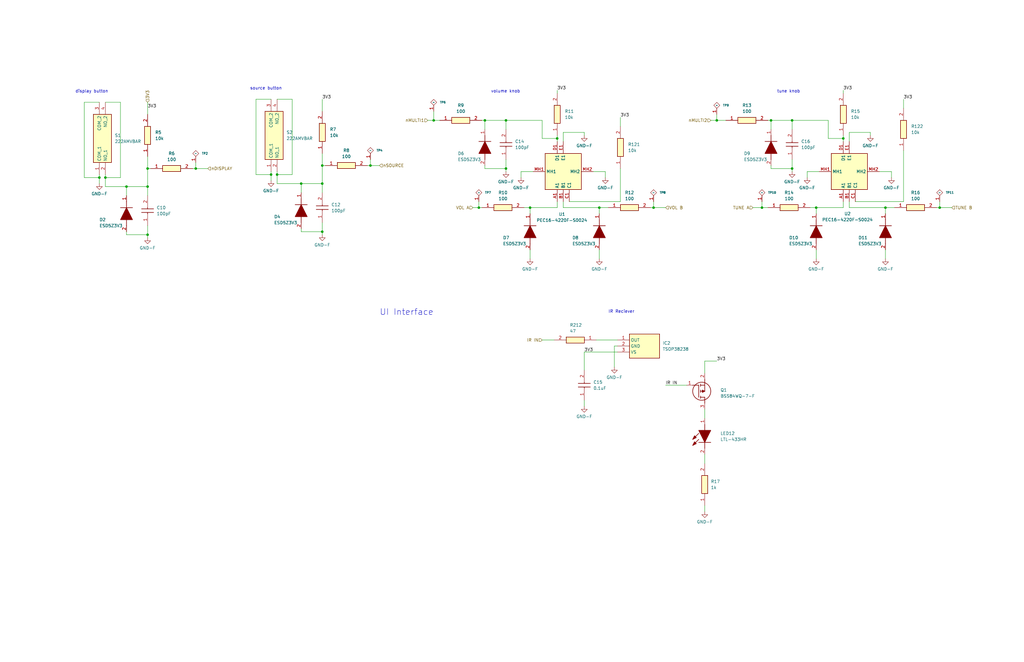
<source format=kicad_sch>
(kicad_sch (version 20231120) (generator "eeschema") (generator_version "8.0")
  (paper "B")
  (title_block (title "Audio System") (date "2025-02-06") (rev "P1") (company "Wolfe Engineering"))
  (junction (at 344.17 87.63))
  (junction (at 135.89 77.47))
  (junction (at 396.24 87.63))
  (junction (at 62.23 71.12))
  (junction (at 135.89 69.85))
  (junction (at 182.88 50.8))
  (junction (at 156.21 69.85))
  (junction (at 114.3 73.66))
  (junction (at 334.01 50.8))
  (junction (at 213.36 71.12))
  (junction (at 44.45 74.93))
  (junction (at 325.12 50.8))
  (junction (at 41.91 74.93))
  (junction (at 302.26 50.8))
  (junction (at 204.47 50.8))
  (junction (at 252.73 87.63))
  (junction (at 127 77.47))
  (junction (at 373.38 87.63))
  (junction (at 321.31 87.63))
  (junction (at 53.34 78.74))
  (junction (at 62.23 78.74))
  (junction (at 201.93 87.63))
  (junction (at 355.6 58.42))
  (junction (at 234.95 58.42))
  (junction (at 62.23 99.06))
  (junction (at 223.52 87.63))
  (junction (at 82.55 71.12))
  (junction (at 116.84 73.66))
  (junction (at 135.89 97.79))
  (junction (at 334.01 71.12))
  (junction (at 213.36 50.8))
  (junction (at 275.59 87.63))
  (wire (pts (xy 275.59 87.63) (xy 280.67 87.63)))
  (wire (pts (xy 246.38 55.88) (xy 246.38 57.15)))
  (wire (pts (xy 358.14 55.88) (xy 367.03 55.88)))
  (wire (pts (xy 321.31 87.63) (xy 323.85 87.63)))
  (wire (pts (xy 345.44 72.39) (xy 340.36 72.39)))
  (wire (pts (xy 358.14 87.63) (xy 373.38 87.63)))
  (wire (pts (xy 220.98 87.63) (xy 223.52 87.63)))
  (wire (pts (xy 116.84 73.66) (xy 123.19 73.66)))
  (wire (pts (xy 360.68 85.09) (xy 381 85.09)))
  (wire (pts (xy 370.84 72.39) (xy 375.92 72.39)))
  (wire (pts (xy 135.89 77.47) (xy 135.89 81.28)))
  (wire (pts (xy 114.3 72.39) (xy 114.3 73.66)))
  (wire (pts (xy 44.45 78.74) (xy 53.34 78.74)))
  (wire (pts (xy 251.46 143.51) (xy 260.35 143.51)))
  (wire (pts (xy 135.89 69.85) (xy 135.89 77.47)))
  (wire (pts (xy 240.03 85.09) (xy 261.62 85.09)))
  (wire (pts (xy 355.6 85.09) (xy 355.6 87.63)))
  (wire (pts (xy 255.27 72.39) (xy 255.27 74.93)))
  (wire (pts (xy 127 97.79) (xy 135.89 97.79)))
  (wire (pts (xy 154.94 69.85) (xy 156.21 69.85)))
  (wire (pts (xy 325.12 69.85) (xy 325.12 71.12)))
  (wire (pts (xy 237.49 87.63) (xy 252.73 87.63)))
  (wire (pts (xy 53.34 97.79) (xy 53.34 99.06)))
  (wire (pts (xy 375.92 72.39) (xy 375.92 74.93)))
  (wire (pts (xy 156.21 69.85) (xy 160.02 69.85)))
  (wire (pts (xy 62.23 78.74) (xy 62.23 82.55)))
  (wire (pts (xy 246.38 168.91) (xy 246.38 171.45)))
  (wire (pts (xy 35.56 43.18) (xy 35.56 74.93)))
  (wire (pts (xy 50.8 43.18) (xy 44.45 43.18)))
  (wire (pts (xy 297.18 191.77) (xy 297.18 195.58)))
  (wire (pts (xy 237.49 55.88) (xy 246.38 55.88)))
  (wire (pts (xy 223.52 87.63) (xy 223.52 90.17)))
  (wire (pts (xy 44.45 74.93) (xy 50.8 74.93)))
  (wire (pts (xy 123.19 41.91) (xy 116.84 41.91)))
  (wire (pts (xy 44.45 74.93) (xy 44.45 78.74)))
  (wire (pts (xy 127 77.47) (xy 135.89 77.47)))
  (wire (pts (xy 135.89 99.06) (xy 135.89 97.79)))
  (wire (pts (xy 81.28 71.12) (xy 82.55 71.12)))
  (wire (pts (xy 228.6 143.51) (xy 233.68 143.51)))
  (wire (pts (xy 237.49 85.09) (xy 237.49 87.63)))
  (wire (pts (xy 396.24 87.63) (xy 401.32 87.63)))
  (wire (pts (xy 204.47 50.8) (xy 204.47 54.61)))
  (wire (pts (xy 341.63 87.63) (xy 344.17 87.63)))
  (wire (pts (xy 62.23 71.12) (xy 62.23 78.74)))
  (wire (pts (xy 325.12 50.8) (xy 323.85 50.8)))
  (wire (pts (xy 213.36 50.8) (xy 213.36 54.61)))
  (wire (pts (xy 135.89 64.77) (xy 135.89 69.85)))
  (wire (pts (xy 297.18 157.48) (xy 297.18 152.4)))
  (wire (pts (xy 135.89 97.79) (xy 135.89 93.98)))
  (wire (pts (xy 201.93 87.63) (xy 203.2 87.63)))
  (wire (pts (xy 213.36 72.39) (xy 213.36 71.12)))
  (wire (pts (xy 381 41.91) (xy 381 45.72)))
  (wire (pts (xy 381 63.5) (xy 381 85.09)))
  (wire (pts (xy 349.25 50.8) (xy 334.01 50.8)))
  (wire (pts (xy 35.56 74.93) (xy 41.91 74.93)))
  (wire (pts (xy 62.23 100.33) (xy 62.23 99.06)))
  (wire (pts (xy 234.95 57.15) (xy 234.95 58.42)))
  (wire (pts (xy 325.12 50.8) (xy 325.12 54.61)))
  (wire (pts (xy 396.24 85.09) (xy 396.24 87.63)))
  (wire (pts (xy 116.84 77.47) (xy 127 77.47)))
  (wire (pts (xy 297.18 213.36) (xy 297.18 215.9)))
  (wire (pts (xy 50.8 74.93) (xy 50.8 43.18)))
  (wire (pts (xy 82.55 68.58) (xy 82.55 71.12)))
  (wire (pts (xy 321.31 85.09) (xy 321.31 87.63)))
  (wire (pts (xy 261.62 85.09) (xy 261.62 71.12)))
  (wire (pts (xy 135.89 41.91) (xy 135.89 46.99)))
  (wire (pts (xy 41.91 74.93) (xy 41.91 77.47)))
  (wire (pts (xy 355.6 57.15) (xy 355.6 58.42)))
  (wire (pts (xy 344.17 105.41) (xy 344.17 109.22)))
  (wire (pts (xy 349.25 50.8) (xy 349.25 58.42)))
  (wire (pts (xy 44.45 73.66) (xy 44.45 74.93)))
  (wire (pts (xy 82.55 71.12) (xy 87.63 71.12)))
  (wire (pts (xy 334.01 50.8) (xy 334.01 54.61)))
  (wire (pts (xy 62.23 99.06) (xy 62.23 95.25)))
  (wire (pts (xy 116.84 73.66) (xy 116.84 77.47)))
  (wire (pts (xy 252.73 87.63) (xy 252.73 90.17)))
  (wire (pts (xy 334.01 72.39) (xy 334.01 71.12)))
  (wire (pts (xy 127 77.47) (xy 127 81.28)))
  (wire (pts (xy 62.23 43.18) (xy 62.23 48.26)))
  (wire (pts (xy 114.3 41.91) (xy 107.95 41.91)))
  (wire (pts (xy 252.73 87.63) (xy 256.54 87.63)))
  (wire (pts (xy 394.97 87.63) (xy 396.24 87.63)))
  (wire (pts (xy 302.26 50.8) (xy 306.07 50.8)))
  (wire (pts (xy 325.12 71.12) (xy 334.01 71.12)))
  (wire (pts (xy 223.52 105.41) (xy 223.52 109.22)))
  (wire (pts (xy 156.21 67.31) (xy 156.21 69.85)))
  (wire (pts (xy 123.19 73.66) (xy 123.19 41.91)))
  (wire (pts (xy 344.17 87.63) (xy 344.17 90.17)))
  (wire (pts (xy 53.34 78.74) (xy 62.23 78.74)))
  (wire (pts (xy 373.38 105.41) (xy 373.38 109.22)))
  (wire (pts (xy 234.95 58.42) (xy 234.95 59.69)))
  (wire (pts (xy 367.03 55.88) (xy 367.03 57.15)))
  (wire (pts (xy 228.6 50.8) (xy 228.6 58.42)))
  (wire (pts (xy 116.84 72.39) (xy 116.84 73.66)))
  (wire (pts (xy 107.95 73.66) (xy 114.3 73.66)))
  (wire (pts (xy 275.59 85.09) (xy 275.59 87.63)))
  (wire (pts (xy 182.88 50.8) (xy 185.42 50.8)))
  (wire (pts (xy 127 96.52) (xy 127 97.79)))
  (wire (pts (xy 317.5 87.63) (xy 321.31 87.63)))
  (wire (pts (xy 62.23 66.04) (xy 62.23 71.12)))
  (wire (pts (xy 358.14 85.09) (xy 358.14 87.63)))
  (wire (pts (xy 355.6 38.1) (xy 355.6 39.37)))
  (wire (pts (xy 297.18 172.72) (xy 297.18 176.53)))
  (wire (pts (xy 53.34 78.74) (xy 53.34 82.55)))
  (wire (pts (xy 340.36 72.39) (xy 340.36 74.93)))
  (wire (pts (xy 213.36 50.8) (xy 204.47 50.8)))
  (wire (pts (xy 373.38 87.63) (xy 373.38 90.17)))
  (wire (pts (xy 344.17 87.63) (xy 355.6 87.63)))
  (wire (pts (xy 228.6 50.8) (xy 213.36 50.8)))
  (wire (pts (xy 260.35 146.05) (xy 259.08 146.05)))
  (wire (pts (xy 107.95 41.91) (xy 107.95 73.66)))
  (wire (pts (xy 302.26 48.26) (xy 302.26 50.8)))
  (wire (pts (xy 234.95 58.42) (xy 228.6 58.42)))
  (wire (pts (xy 137.16 69.85) (xy 135.89 69.85)))
  (wire (pts (xy 355.6 58.42) (xy 349.25 58.42)))
  (wire (pts (xy 114.3 73.66) (xy 114.3 76.2)))
  (wire (pts (xy 219.71 72.39) (xy 219.71 74.93)))
  (wire (pts (xy 274.32 87.63) (xy 275.59 87.63)))
  (wire (pts (xy 182.88 46.99) (xy 182.88 50.8)))
  (wire (pts (xy 259.08 146.05) (xy 259.08 154.94)))
  (wire (pts (xy 63.5 71.12) (xy 62.23 71.12)))
  (wire (pts (xy 41.91 73.66) (xy 41.91 74.93)))
  (wire (pts (xy 299.72 50.8) (xy 302.26 50.8)))
  (wire (pts (xy 204.47 69.85) (xy 204.47 71.12)))
  (wire (pts (xy 41.91 43.18) (xy 35.56 43.18)))
  (wire (pts (xy 53.34 99.06) (xy 62.23 99.06)))
  (wire (pts (xy 224.79 72.39) (xy 219.71 72.39)))
  (wire (pts (xy 250.19 72.39) (xy 255.27 72.39)))
  (wire (pts (xy 334.01 71.12) (xy 334.01 67.31)))
  (wire (pts (xy 234.95 85.09) (xy 234.95 87.63)))
  (wire (pts (xy 261.62 49.53) (xy 261.62 53.34)))
  (wire (pts (xy 204.47 50.8) (xy 203.2 50.8)))
  (wire (pts (xy 237.49 59.69) (xy 237.49 55.88)))
  (wire (pts (xy 234.95 38.1) (xy 234.95 39.37)))
  (wire (pts (xy 373.38 87.63) (xy 377.19 87.63)))
  (wire (pts (xy 280.67 162.56) (xy 289.56 162.56)))
  (wire (pts (xy 199.39 87.63) (xy 201.93 87.63)))
  (wire (pts (xy 246.38 148.59) (xy 260.35 148.59)))
  (wire (pts (xy 213.36 71.12) (xy 213.36 67.31)))
  (wire (pts (xy 246.38 156.21) (xy 246.38 148.59)))
  (wire (pts (xy 252.73 105.41) (xy 252.73 109.22)))
  (wire (pts (xy 297.18 152.4) (xy 302.26 152.4)))
  (wire (pts (xy 355.6 58.42) (xy 355.6 59.69)))
  (wire (pts (xy 223.52 87.63) (xy 234.95 87.63)))
  (wire (pts (xy 201.93 85.09) (xy 201.93 87.63)))
  (wire (pts (xy 180.34 50.8) (xy 182.88 50.8)))
  (wire (pts (xy 334.01 50.8) (xy 325.12 50.8)))
  (wire (pts (xy 358.14 59.69) (xy 358.14 55.88)))
  (wire (pts (xy 204.47 71.12) (xy 213.36 71.12)))
  (text "volume knob" (at 207.01 39.37 0) (effects (font (size 1.27 1.27)) (justify left bottom)))
  (text "UI Interface" (at 171.45 131.826 0) (effects (font (size 2.54 2.54))))
  (text "display button" (at 31.75 39.37 0) (effects (font (size 1.27 1.27)) (justify left bottom)))
  (text "tune knob" (at 327.66 39.37 0) (effects (font (size 1.27 1.27)) (justify left bottom)))
  (text "source button" (at 105.41 38.1 0) (effects (font (size 1.27 1.27)) (justify left bottom)))
  (text "IR Reciever" (at 256.54 132.334 0) (effects (font (size 1.27 1.27)) (justify left bottom)))
  (label "3V3" (at 261.62 49.53 0))
  (label "3V3" (at 355.6 38.1 0))
  (label "3V3" (at 381 41.91 0))
  (label "3V3" (at 246.38 148.59 0))
  (label "3V3" (at 135.89 41.91 0))
  (label "IR IN" (at 280.67 162.56 0))
  (label "3V3" (at 302.26 152.4 0))
  (label "3V3" (at 62.23 45.72 0))
  (label "3V3" (at 234.95 38.1 0))
  (hierarchical_label "nDISPLAY" (shape input) (at 87.63 71.12 0))
  (hierarchical_label "TUNE A" (shape input) (at 317.5 87.63 180))
  (hierarchical_label "nMULTI2" (shape input) (at 299.72 50.8 180))
  (hierarchical_label "nSOURCE" (shape input) (at 160.02 69.85 0))
  (hierarchical_label "nMULTI1" (shape input) (at 180.34 50.8 180))
  (hierarchical_label "TUNE B" (shape input) (at 401.32 87.63 0))
  (hierarchical_label "VOL A" (shape input) (at 199.39 87.63 180))
  (hierarchical_label "3V3" (shape input) (at 62.23 43.18 90))
  (hierarchical_label "IR IN" (shape input) (at 228.6 143.51 180))
  (hierarchical_label "VOL B" (shape input) (at 280.67 87.63 0))
  (symbol (lib_id "Audio System:RC0603FR-07100RL") (at 323.85 87.63 0) (unit 1)
    (property "Reference" "R14" (at 332.74 81.28 0))
    (property "Value" "100" (at 332.74 83.82 0))
    (property "Footprint" "1 Audio Amp:RESC1608X55N" (effects (hide yes)))
    (property "Datasheet" "https://www.arrow.com/en/products/rc0603fr-07100rl/yageo?region=nac" (effects (hide yes)))
    (property "Height" "0.55" (effects (hide yes)))
    (property "Manufacturer_Name" "YAGEO" (effects (hide yes)))
    (property "Manufacturer_Part_Number" "RC0603FR-07100RL" (effects (hide yes)))
    (property "Mouser Part Number" "603-RC0603FR-07100RL" (effects (hide yes)))
    (property "Mouser Price/Stock" "https://www.mouser.co.uk/ProductDetail/YAGEO/RC0603FR-07100RL?qs=NEN%2FsE%2FLsvPIwIWKCOS4%2FA%3D%3D" (effects (hide yes)))
    (property "Arrow Part Number" "RC0603FR-07100RL" (effects (hide yes)))
    (property "Arrow Price/Stock" "https://www.arrow.com/en/products/rc0603fr-07100rl/yageo?region=nac" (effects (hide yes)))
  )
  (symbol (lib_id "Audio System:RC0603FR-07100RL") (at 256.54 87.63 0) (unit 1)
    (property "Reference" "R12" (at 265.43 81.28 0))
    (property "Value" "100" (at 265.43 83.82 0))
    (property "Footprint" "1 Audio Amp:RESC1608X55N" (effects (hide yes)))
    (property "Datasheet" "https://www.arrow.com/en/products/rc0603fr-07100rl/yageo?region=nac" (effects (hide yes)))
    (property "Height" "0.55" (effects (hide yes)))
    (property "Manufacturer_Name" "YAGEO" (effects (hide yes)))
    (property "Manufacturer_Part_Number" "RC0603FR-07100RL" (effects (hide yes)))
    (property "Mouser Part Number" "603-RC0603FR-07100RL" (effects (hide yes)))
    (property "Mouser Price/Stock" "https://www.mouser.co.uk/ProductDetail/YAGEO/RC0603FR-07100RL?qs=NEN%2FsE%2FLsvPIwIWKCOS4%2FA%3D%3D" (effects (hide yes)))
    (property "Arrow Part Number" "RC0603FR-07100RL" (effects (hide yes)))
    (property "Arrow Price/Stock" "https://www.arrow.com/en/products/rc0603fr-07100rl/yageo?region=nac" (effects (hide yes)))
  )
  (symbol (lib_name "GND_2") (lib_id "power:GND") (at 246.38 57.15 0) (unit 1)
    (property "Reference" "#PWR021" (effects (hide yes)))
    (property "Value" "GND-F" (at 246.38 61.468 0))
  )
  (symbol (lib_id "Audio System:PEC16-4220F-S0024") (at 345.44 72.39 0) (unit 1)
    (property "Reference" "U2" (at 357.378 90.17 0))
    (property "Value" "PEC16-4220F-S0024" (at 357.378 92.71 0))
    (property "Footprint" "1 Audio Amp:PEC164120FS0012" (effects (hide yes)))
    (property "Datasheet" "https://www.bourns.com/pdfs/PEC16.pdf" (effects (hide yes)))
    (property "Height" "28" (effects (hide yes)))
    (property "Manufacturer_Name" "Bourns" (effects (hide yes)))
    (property "Manufacturer_Part_Number" "PEC16-4220F-S0024" (effects (hide yes)))
    (property "Mouser Part Number" "652-PEC16-4220FS0024" (effects (hide yes)))
    (property "Mouser Price/Stock" "https://www.mouser.co.uk/ProductDetail/Bourns/PEC16-4220F-S0024?qs=6FD5PBp7ZtQte%252Bg7b%2FiMUw%3D%3D" (effects (hide yes)))
    (property "Arrow Part Number" "PEC16-4220F-S0024" (effects (hide yes)))
    (property "Arrow Price/Stock" "null?utm_currency=USD&region=nac" (effects (hide yes)))
  )
  (symbol (lib_name "GND_2") (lib_id "power:GND") (at 219.71 74.93 0) (unit 1)
    (property "Reference" "#PWR015" (effects (hide yes)))
    (property "Value" "GND-F" (at 219.71 79.248 0))
  )
  (symbol (lib_name "GND_2") (lib_id "power:GND") (at 255.27 74.93 0) (unit 1)
    (property "Reference" "#PWR020" (effects (hide yes)))
    (property "Value" "GND-F" (at 255.27 79.248 0))
  )
  (symbol (lib_id "Audio System:CC0603KRX7R7BB104") (at 246.38 168.91 90) (unit 1)
    (property "Reference" "C15" (at 250.19 161.29 90) (effects (justify right)))
    (property "Value" "0.1uF" (at 250.19 163.83 90) (effects (justify right)))
    (property "Footprint" "1 Audio Amp:CAPC1608X90N" (effects (hide yes)))
    (property "Datasheet" "https://www.yageo.com/en/Chart/Download/pdf/CC0603KRX7R7BB104" (effects (hide yes)))
    (property "Height" "0.9" (effects (hide yes)))
    (property "Manufacturer_Name" "YAGEO" (effects (hide yes)))
    (property "Manufacturer_Part_Number" "CC0603KRX7R7BB104" (effects (hide yes)))
    (property "Mouser Part Number" "603-CC603KRX7R7BB104" (effects (hide yes)))
    (property "Mouser Price/Stock" "https://www.mouser.co.uk/ProductDetail/YAGEO/CC0603KRX7R7BB104?qs=AgBp2OyFlx8KPmNTlFoWXA%3D%3D" (effects (hide yes)))
    (property "Arrow Part Number" "CC0603KRX7R7BB104" (effects (hide yes)))
    (property "Arrow Price/Stock" "https://www.arrow.com/en/products/cc0603krx7r7bb104/yageo?region=europe" (effects (hide yes)))
  )
  (symbol (lib_id "1 Audio Amp:TSOP38238") (at 260.35 143.51 0) (unit 1)
    (property "Reference" "IC2" (at 279.4 144.7799 0) (effects (justify left)))
    (property "Value" "TSOP38238" (at 279.4 147.3199 0) (effects (justify left)))
    (property "Footprint" "1 Audio Amp:TSOP38238" (effects (hide yes)))
    (property "Datasheet" "http://uk.rs-online.com/web/p/products/7085086" (effects (hide yes)))
    (property "Description" "IR Remote Receiver 38KHz 45m" (effects (hide yes)))
    (property "Manufacturer_Name" "Vishay" (effects (hide yes)))
    (property "Manufacturer_Part_Number" "TSOP38238" (effects (hide yes)))
    (property "Mouser Part Number" "782-TSOP38238" (effects (hide yes)))
    (property "Mouser Price/Stock" "https://www.mouser.co.uk/ProductDetail/Vishay-Semiconductors/TSOP38238?qs=RzxYCzJDjPVjpHVZS582Ng%3D%3D" (effects (hide yes)))
    (property "Arrow Part Number" "TSOP38238" (effects (hide yes)))
    (property "Arrow Price/Stock" "https://www.arrow.com/en/products/tsop38238/vishay?region=nac" (effects (hide yes)))
  )
  (symbol (lib_name "GND_2") (lib_id "power:GND") (at 334.01 72.39 0) (unit 1)
    (property "Reference" "#PWR026" (effects (hide yes)))
    (property "Value" "GND-F" (at 334.01 76.708 0))
  )
  (symbol (lib_id "Audio System:ESD5Z3V3") (at 53.34 82.55 270) (unit 1)
    (property "Reference" "D2" (at 41.91 92.71 90) (effects (justify left)))
    (property "Value" "ESD5Z3V3" (at 41.91 95.25 90) (effects (justify left)))
    (property "Footprint" "1 Audio Amp:SODFL1608X70N" (effects (hide yes)))
    (property "Datasheet" "https://diotec.com/request/datasheet/esd5z2v5.pdf" (effects (hide yes)))
    (property "Height" "0.7" (effects (hide yes)))
    (property "Manufacturer_Name" "Diotec" (effects (hide yes)))
    (property "Manufacturer_Part_Number" "ESD5Z3V3" (effects (hide yes)))
    (property "Mouser Part Number" "637-ESD5Z3V3" (effects (hide yes)))
    (property "Mouser Price/Stock" "https://www.mouser.co.uk/ProductDetail/Diotec-Semiconductor/ESD5Z3V3?qs=OlC7AqGiEDnHjVSpJadn8g%3D%3D" (effects (hide yes)))
    (property "Arrow Part Number" "ESD5Z3V3" (effects (hide yes)))
    (property "Arrow Price/Stock" "https://www.arrow.com/en/products/esd5z3v3/diotec-semiconductor-ag?region=nac" (effects (hide yes)))
  )
  (symbol (lib_id "Audio System:RC0603FR-07100RL") (at 306.07 50.8 0) (unit 1)
    (property "Reference" "R13" (at 314.96 44.45 0))
    (property "Value" "100" (at 314.96 46.99 0))
    (property "Footprint" "1 Audio Amp:RESC1608X55N" (effects (hide yes)))
    (property "Datasheet" "https://www.arrow.com/en/products/rc0603fr-07100rl/yageo?region=nac" (effects (hide yes)))
    (property "Height" "0.55" (effects (hide yes)))
    (property "Manufacturer_Name" "YAGEO" (effects (hide yes)))
    (property "Manufacturer_Part_Number" "RC0603FR-07100RL" (effects (hide yes)))
    (property "Mouser Part Number" "603-RC0603FR-07100RL" (effects (hide yes)))
    (property "Mouser Price/Stock" "https://www.mouser.co.uk/ProductDetail/YAGEO/RC0603FR-07100RL?qs=NEN%2FsE%2FLsvPIwIWKCOS4%2FA%3D%3D" (effects (hide yes)))
    (property "Arrow Part Number" "RC0603FR-07100RL" (effects (hide yes)))
    (property "Arrow Price/Stock" "https://www.arrow.com/en/products/rc0603fr-07100rl/yageo?region=nac" (effects (hide yes)))
  )
  (symbol (lib_id "Audio System:ESD5Z3V3") (at 204.47 54.61 270) (unit 1)
    (property "Reference" "D6" (at 193.04 64.77 90) (effects (justify left)))
    (property "Value" "ESD5Z3V3" (at 193.04 67.31 90) (effects (justify left)))
    (property "Footprint" "1 Audio Amp:SODFL1608X70N" (effects (hide yes)))
    (property "Datasheet" "https://diotec.com/request/datasheet/esd5z2v5.pdf" (effects (hide yes)))
    (property "Height" "0.7" (effects (hide yes)))
    (property "Manufacturer_Name" "Diotec" (effects (hide yes)))
    (property "Manufacturer_Part_Number" "ESD5Z3V3" (effects (hide yes)))
    (property "Mouser Part Number" "637-ESD5Z3V3" (effects (hide yes)))
    (property "Mouser Price/Stock" "https://www.mouser.co.uk/ProductDetail/Diotec-Semiconductor/ESD5Z3V3?qs=OlC7AqGiEDnHjVSpJadn8g%3D%3D" (effects (hide yes)))
    (property "Arrow Part Number" "ESD5Z3V3" (effects (hide yes)))
    (property "Arrow Price/Stock" "https://www.arrow.com/en/products/esd5z3v3/diotec-semiconductor-ag?region=nac" (effects (hide yes)))
  )
  (symbol (lib_id "Audio System:RC0603FR-07100RL") (at 203.2 87.63 0) (unit 1)
    (property "Reference" "R10" (at 212.09 81.28 0))
    (property "Value" "100" (at 212.09 83.82 0))
    (property "Footprint" "1 Audio Amp:RESC1608X55N" (effects (hide yes)))
    (property "Datasheet" "https://www.arrow.com/en/products/rc0603fr-07100rl/yageo?region=nac" (effects (hide yes)))
    (property "Height" "0.55" (effects (hide yes)))
    (property "Manufacturer_Name" "YAGEO" (effects (hide yes)))
    (property "Manufacturer_Part_Number" "RC0603FR-07100RL" (effects (hide yes)))
    (property "Mouser Part Number" "603-RC0603FR-07100RL" (effects (hide yes)))
    (property "Mouser Price/Stock" "https://www.mouser.co.uk/ProductDetail/YAGEO/RC0603FR-07100RL?qs=NEN%2FsE%2FLsvPIwIWKCOS4%2FA%3D%3D" (effects (hide yes)))
    (property "Arrow Part Number" "RC0603FR-07100RL" (effects (hide yes)))
    (property "Arrow Price/Stock" "https://www.arrow.com/en/products/rc0603fr-07100rl/yageo?region=nac" (effects (hide yes)))
  )
  (symbol (lib_name "GND_2") (lib_id "power:GND") (at 297.18 215.9 0) (unit 1)
    (property "Reference" "#PWR07" (effects (hide yes)))
    (property "Value" "GND-F" (at 297.18 220.218 0))
  )
  (symbol (lib_id "Audio System:TP") (at 201.93 81.28 0) (unit 1) (exclude_from_sim yes) (in_bom no)
    (property "Reference" "TP7" (at 204.47 81.2799 0) (effects (font (size 0.9 0.9)) (justify left)))
    (property "Value" "~" (at 201.93 81.28 0))
    (property "Footprint" "1 Audio Amp:TP" (effects (hide yes)))
  )
  (symbol (lib_id "Audio System:ESD5Z3V3") (at 252.73 90.17 270) (unit 1)
    (property "Reference" "D8" (at 241.3 100.33 90) (effects (justify left)))
    (property "Value" "ESD5Z3V3" (at 241.3 102.87 90) (effects (justify left)))
    (property "Footprint" "1 Audio Amp:SODFL1608X70N" (effects (hide yes)))
    (property "Datasheet" "https://diotec.com/request/datasheet/esd5z2v5.pdf" (effects (hide yes)))
    (property "Height" "0.7" (effects (hide yes)))
    (property "Manufacturer_Name" "Diotec" (effects (hide yes)))
    (property "Manufacturer_Part_Number" "ESD5Z3V3" (effects (hide yes)))
    (property "Mouser Part Number" "637-ESD5Z3V3" (effects (hide yes)))
    (property "Mouser Price/Stock" "https://www.mouser.co.uk/ProductDetail/Diotec-Semiconductor/ESD5Z3V3?qs=OlC7AqGiEDnHjVSpJadn8g%3D%3D" (effects (hide yes)))
    (property "Arrow Part Number" "ESD5Z3V3" (effects (hide yes)))
    (property "Arrow Price/Stock" "https://www.arrow.com/en/products/esd5z3v3/diotec-semiconductor-ag?region=nac" (effects (hide yes)))
  )
  (symbol (lib_id "Audio System:RC0603FR-0710KL") (at 381 63.5 90) (unit 1)
    (property "Reference" "R122" (at 384.175 53.34 90) (effects (justify right)))
    (property "Value" "10k" (at 384.175 55.88 90) (effects (justify right)))
    (property "Footprint" "1 Audio Amp:RESC1608X55N" (effects (hide yes)))
    (property "Datasheet" "http://www.yageo.com/documents/recent/PYu-RC0603_51_RoHS_L_v5.pdf" (effects (hide yes)))
    (property "Height" "0.55" (effects (hide yes)))
    (property "Manufacturer_Name" "KEMET" (effects (hide yes)))
    (property "Manufacturer_Part_Number" "RC0603FR-0710KL" (effects (hide yes)))
    (property "Mouser Part Number" "603-RC0603FR-0710KL" (effects (hide yes)))
    (property "Mouser Price/Stock" "https://www.mouser.co.uk/ProductDetail/YAGEO/RC0603FR-0710KL?qs=grNVn54RoB%252B3GtjbJj3wJQ%3D%3D" (effects (hide yes)))
    (property "Arrow Part Number" "RC0603FR-0710KL" (effects (hide yes)))
    (property "Arrow Price/Stock" "https://www.arrow.com/en/products/rc0603fr-0710kl/yageo?region=nac" (effects (hide yes)))
  )
  (symbol (lib_id "Audio System:TP") (at 156.21 63.5 0) (unit 1) (exclude_from_sim yes) (in_bom no)
    (property "Reference" "TP4" (at 158.75 63.4999 0) (effects (font (size 0.9 0.9)) (justify left)))
    (property "Value" "~" (at 156.21 63.5 0))
    (property "Footprint" "1 Audio Amp:TP" (effects (hide yes)))
  )
  (symbol (lib_name "GND_2") (lib_id "power:GND") (at 223.52 109.22 0) (unit 1)
    (property "Reference" "#PWR022" (effects (hide yes)))
    (property "Value" "GND-F" (at 223.52 113.538 0))
  )
  (symbol (lib_id "Audio System:RC0603FR-07100RL") (at 63.5 71.12 0) (unit 1)
    (property "Reference" "R6" (at 72.39 64.77 0))
    (property "Value" "100" (at 72.39 67.31 0))
    (property "Footprint" "1 Audio Amp:RESC1608X55N" (effects (hide yes)))
    (property "Datasheet" "https://www.arrow.com/en/products/rc0603fr-07100rl/yageo?region=nac" (effects (hide yes)))
    (property "Height" "0.55" (effects (hide yes)))
    (property "Manufacturer_Name" "YAGEO" (effects (hide yes)))
    (property "Manufacturer_Part_Number" "RC0603FR-07100RL" (effects (hide yes)))
    (property "Mouser Part Number" "603-RC0603FR-07100RL" (effects (hide yes)))
    (property "Mouser Price/Stock" "https://www.mouser.co.uk/ProductDetail/YAGEO/RC0603FR-07100RL?qs=NEN%2FsE%2FLsvPIwIWKCOS4%2FA%3D%3D" (effects (hide yes)))
    (property "Arrow Part Number" "RC0603FR-07100RL" (effects (hide yes)))
    (property "Arrow Price/Stock" "https://www.arrow.com/en/products/rc0603fr-07100rl/yageo?region=nac" (effects (hide yes)))
  )
  (symbol (lib_id "Audio System:TP") (at 82.55 64.77 0) (unit 1) (exclude_from_sim yes) (in_bom no)
    (property "Reference" "TP2" (at 85.09 64.7699 0) (effects (font (size 0.9 0.9)) (justify left)))
    (property "Value" "~" (at 82.55 64.77 0))
    (property "Footprint" "1 Audio Amp:TP" (effects (hide yes)))
  )
  (symbol (lib_id "Audio System:TP") (at 182.88 43.18 0) (unit 1) (exclude_from_sim yes) (in_bom no)
    (property "Reference" "TP6" (at 185.42 43.1799 0) (effects (font (size 0.9 0.9)) (justify left)))
    (property "Value" "~" (at 182.88 43.18 0))
    (property "Footprint" "1 Audio Amp:TP" (effects (hide yes)))
  )
  (symbol (lib_id "Audio System:ESD5Z3V3") (at 325.12 54.61 270) (unit 1)
    (property "Reference" "D9" (at 313.69 64.77 90) (effects (justify left)))
    (property "Value" "ESD5Z3V3" (at 313.69 67.31 90) (effects (justify left)))
    (property "Footprint" "1 Audio Amp:SODFL1608X70N" (effects (hide yes)))
    (property "Datasheet" "https://diotec.com/request/datasheet/esd5z2v5.pdf" (effects (hide yes)))
    (property "Height" "0.7" (effects (hide yes)))
    (property "Manufacturer_Name" "Diotec" (effects (hide yes)))
    (property "Manufacturer_Part_Number" "ESD5Z3V3" (effects (hide yes)))
    (property "Mouser Part Number" "637-ESD5Z3V3" (effects (hide yes)))
    (property "Mouser Price/Stock" "https://www.mouser.co.uk/ProductDetail/Diotec-Semiconductor/ESD5Z3V3?qs=OlC7AqGiEDnHjVSpJadn8g%3D%3D" (effects (hide yes)))
    (property "Arrow Part Number" "ESD5Z3V3" (effects (hide yes)))
    (property "Arrow Price/Stock" "https://www.arrow.com/en/products/esd5z3v3/diotec-semiconductor-ag?region=nac" (effects (hide yes)))
  )
  (symbol (lib_id "Audio System:RC0603FR-0710KL") (at 355.6 57.15 90) (unit 1)
    (property "Reference" "R15" (at 358.775 46.99 90) (effects (justify right)))
    (property "Value" "10k" (at 358.775 49.53 90) (effects (justify right)))
    (property "Footprint" "1 Audio Amp:RESC1608X55N" (effects (hide yes)))
    (property "Datasheet" "http://www.yageo.com/documents/recent/PYu-RC0603_51_RoHS_L_v5.pdf" (effects (hide yes)))
    (property "Height" "0.55" (effects (hide yes)))
    (property "Manufacturer_Name" "KEMET" (effects (hide yes)))
    (property "Manufacturer_Part_Number" "RC0603FR-0710KL" (effects (hide yes)))
    (property "Mouser Part Number" "603-RC0603FR-0710KL" (effects (hide yes)))
    (property "Mouser Price/Stock" "https://www.mouser.co.uk/ProductDetail/YAGEO/RC0603FR-0710KL?qs=grNVn54RoB%252B3GtjbJj3wJQ%3D%3D" (effects (hide yes)))
    (property "Arrow Part Number" "RC0603FR-0710KL" (effects (hide yes)))
    (property "Arrow Price/Stock" "https://www.arrow.com/en/products/rc0603fr-0710kl/yageo?region=nac" (effects (hide yes)))
  )
  (symbol (lib_id "Audio System:RC0603FR-07100RL") (at 137.16 69.85 0) (unit 1)
    (property "Reference" "R8" (at 146.05 63.5 0))
    (property "Value" "100" (at 146.05 66.04 0))
    (property "Footprint" "1 Audio Amp:RESC1608X55N" (effects (hide yes)))
    (property "Datasheet" "https://www.arrow.com/en/products/rc0603fr-07100rl/yageo?region=nac" (effects (hide yes)))
    (property "Height" "0.55" (effects (hide yes)))
    (property "Manufacturer_Name" "YAGEO" (effects (hide yes)))
    (property "Manufacturer_Part_Number" "RC0603FR-07100RL" (effects (hide yes)))
    (property "Mouser Part Number" "603-RC0603FR-07100RL" (effects (hide yes)))
    (property "Mouser Price/Stock" "https://www.mouser.co.uk/ProductDetail/YAGEO/RC0603FR-07100RL?qs=NEN%2FsE%2FLsvPIwIWKCOS4%2FA%3D%3D" (effects (hide yes)))
    (property "Arrow Part Number" "RC0603FR-07100RL" (effects (hide yes)))
    (property "Arrow Price/Stock" "https://www.arrow.com/en/products/rc0603fr-07100rl/yageo?region=nac" (effects (hide yes)))
  )
  (symbol (lib_id "Audio System:ESD5Z3V3") (at 127 81.28 270) (unit 1)
    (property "Reference" "D4" (at 115.57 91.44 90) (effects (justify left)))
    (property "Value" "ESD5Z3V3" (at 115.57 93.98 90) (effects (justify left)))
    (property "Footprint" "1 Audio Amp:SODFL1608X70N" (effects (hide yes)))
    (property "Datasheet" "https://diotec.com/request/datasheet/esd5z2v5.pdf" (effects (hide yes)))
    (property "Height" "0.7" (effects (hide yes)))
    (property "Manufacturer_Name" "Diotec" (effects (hide yes)))
    (property "Manufacturer_Part_Number" "ESD5Z3V3" (effects (hide yes)))
    (property "Mouser Part Number" "637-ESD5Z3V3" (effects (hide yes)))
    (property "Mouser Price/Stock" "https://www.mouser.co.uk/ProductDetail/Diotec-Semiconductor/ESD5Z3V3?qs=OlC7AqGiEDnHjVSpJadn8g%3D%3D" (effects (hide yes)))
    (property "Arrow Part Number" "ESD5Z3V3" (effects (hide yes)))
    (property "Arrow Price/Stock" "https://www.arrow.com/en/products/esd5z3v3/diotec-semiconductor-ag?region=nac" (effects (hide yes)))
  )
  (symbol (lib_name "GND_2") (lib_id "power:GND") (at 252.73 109.22 0) (unit 1)
    (property "Reference" "#PWR023" (effects (hide yes)))
    (property "Value" "GND-F" (at 252.73 113.538 0))
  )
  (symbol (lib_name "GND_2") (lib_id "power:GND") (at 373.38 109.22 0) (unit 1)
    (property "Reference" "#PWR032" (effects (hide yes)))
    (property "Value" "GND-F" (at 373.38 113.538 0))
  )
  (symbol (lib_name "GND_2") (lib_id "power:GND") (at 344.17 109.22 0) (unit 1)
    (property "Reference" "#PWR031" (effects (hide yes)))
    (property "Value" "GND-F" (at 344.17 113.538 0))
  )
  (symbol (lib_id "Audio System:TP") (at 275.59 81.28 0) (unit 1) (exclude_from_sim yes) (in_bom no)
    (property "Reference" "TP8" (at 278.13 81.2799 0) (effects (font (size 0.9 0.9)) (justify left)))
    (property "Value" "~" (at 275.59 81.28 0))
    (property "Footprint" "1 Audio Amp:TP" (effects (hide yes)))
  )
  (symbol (lib_name "GND_2") (lib_id "power:GND") (at 246.38 171.45 0) (unit 1)
    (property "Reference" "#PWR025" (effects (hide yes)))
    (property "Value" "GND-F" (at 246.38 175.768 0))
  )
  (symbol (lib_id "Audio System:CC0603JRNPO9BN101") (at 135.89 93.98 90) (unit 1)
    (property "Reference" "C12" (at 139.7 86.36 90) (effects (justify right)))
    (property "Value" "100pF" (at 139.7 88.9 90) (effects (justify right)))
    (property "Footprint" "1 Audio Amp:CAPC1608X87N" (effects (hide yes)))
    (property "Datasheet" "https://datasheet.datasheetarchive.com/originals/distributors/Datasheets_SAMA/cc5107097899af003b9e5ad41810a26f.pdf" (effects (hide yes)))
    (property "Height" "0.87" (effects (hide yes)))
    (property "Manufacturer_Name" "KEMET" (effects (hide yes)))
    (property "Manufacturer_Part_Number" "CC0603JRNPO9BN101" (effects (hide yes)))
    (property "Mouser Part Number" "603-CC603JRNPO9BN101" (effects (hide yes)))
    (property "Mouser Price/Stock" "https://www.mouser.co.uk/ProductDetail/YAGEO/CC0603JRNPO9BN101?qs=AgBp2OyFlx%252Bc5vUOLFsmXA%3D%3D" (effects (hide yes)))
    (property "Arrow Part Number" "CC0603JRNPO9BN101" (effects (hide yes)))
    (property "Arrow Price/Stock" "https://www.arrow.com/en/products/cc0603jrnpo9bn101/yageo" (effects (hide yes)))
  )
  (symbol (lib_id "Audio System:CC0603JRNPO9BN101") (at 62.23 95.25 90) (unit 1)
    (property "Reference" "C10" (at 66.04 87.63 90) (effects (justify right)))
    (property "Value" "100pF" (at 66.04 90.17 90) (effects (justify right)))
    (property "Footprint" "1 Audio Amp:CAPC1608X87N" (effects (hide yes)))
    (property "Datasheet" "https://datasheet.datasheetarchive.com/originals/distributors/Datasheets_SAMA/cc5107097899af003b9e5ad41810a26f.pdf" (effects (hide yes)))
    (property "Height" "0.87" (effects (hide yes)))
    (property "Manufacturer_Name" "KEMET" (effects (hide yes)))
    (property "Manufacturer_Part_Number" "CC0603JRNPO9BN101" (effects (hide yes)))
    (property "Mouser Part Number" "603-CC603JRNPO9BN101" (effects (hide yes)))
    (property "Mouser Price/Stock" "https://www.mouser.co.uk/ProductDetail/YAGEO/CC0603JRNPO9BN101?qs=AgBp2OyFlx%252Bc5vUOLFsmXA%3D%3D" (effects (hide yes)))
    (property "Arrow Part Number" "CC0603JRNPO9BN101" (effects (hide yes)))
    (property "Arrow Price/Stock" "https://www.arrow.com/en/products/cc0603jrnpo9bn101/yageo" (effects (hide yes)))
  )
  (symbol (lib_id "Audio System:TP") (at 396.24 81.28 0) (unit 1) (exclude_from_sim yes) (in_bom no)
    (property "Reference" "TP11" (at 398.78 81.2799 0) (effects (font (size 0.9 0.9)) (justify left)))
    (property "Value" "~" (at 396.24 81.28 0))
    (property "Footprint" "1 Audio Amp:TP" (effects (hide yes)))
  )
  (symbol (lib_id "Audio System:TP") (at 302.26 44.45 0) (unit 1) (exclude_from_sim yes) (in_bom no)
    (property "Reference" "TP9" (at 304.8 44.4499 0) (effects (font (size 0.9 0.9)) (justify left)))
    (property "Value" "~" (at 302.26 44.45 0))
    (property "Footprint" "1 Audio Amp:TP" (effects (hide yes)))
  )
  (symbol (lib_id "Audio System:PEC16-4220F-S0024") (at 224.79 72.39 0) (unit 1)
    (property "Reference" "U1" (at 236.982 90.424 0))
    (property "Value" "PEC16-4220F-S0024" (at 236.982 92.964 0))
    (property "Footprint" "1 Audio Amp:PEC164120FS0012" (effects (hide yes)))
    (property "Datasheet" "https://www.bourns.com/pdfs/PEC16.pdf" (effects (hide yes)))
    (property "Height" "28" (effects (hide yes)))
    (property "Manufacturer_Name" "Bourns" (effects (hide yes)))
    (property "Manufacturer_Part_Number" "PEC16-4220F-S0024" (effects (hide yes)))
    (property "Mouser Part Number" "652-PEC16-4220FS0024" (effects (hide yes)))
    (property "Mouser Price/Stock" "https://www.mouser.co.uk/ProductDetail/Bourns/PEC16-4220F-S0024?qs=6FD5PBp7ZtQte%252Bg7b%2FiMUw%3D%3D" (effects (hide yes)))
    (property "Arrow Part Number" "PEC16-4220F-S0024" (effects (hide yes)))
    (property "Arrow Price/Stock" "null?utm_currency=USD&region=nac" (effects (hide yes)))
  )
  (symbol (lib_id "Audio System:TP") (at 321.31 81.28 0) (unit 1) (exclude_from_sim yes) (in_bom no)
    (property "Reference" "TP10" (at 323.85 81.2799 0) (effects (font (size 0.9 0.9)) (justify left)))
    (property "Value" "~" (at 321.31 81.28 0))
    (property "Footprint" "1 Audio Amp:TP" (effects (hide yes)))
  )
  (symbol (lib_id "Audio System:RC0603FR-07100RL") (at 377.19 87.63 0) (unit 1)
    (property "Reference" "R16" (at 386.08 81.28 0))
    (property "Value" "100" (at 386.08 83.82 0))
    (property "Footprint" "1 Audio Amp:RESC1608X55N" (effects (hide yes)))
    (property "Datasheet" "https://www.arrow.com/en/products/rc0603fr-07100rl/yageo?region=nac" (effects (hide yes)))
    (property "Height" "0.55" (effects (hide yes)))
    (property "Manufacturer_Name" "YAGEO" (effects (hide yes)))
    (property "Manufacturer_Part_Number" "RC0603FR-07100RL" (effects (hide yes)))
    (property "Mouser Part Number" "603-RC0603FR-07100RL" (effects (hide yes)))
    (property "Mouser Price/Stock" "https://www.mouser.co.uk/ProductDetail/YAGEO/RC0603FR-07100RL?qs=NEN%2FsE%2FLsvPIwIWKCOS4%2FA%3D%3D" (effects (hide yes)))
    (property "Arrow Part Number" "RC0603FR-07100RL" (effects (hide yes)))
    (property "Arrow Price/Stock" "https://www.arrow.com/en/products/rc0603fr-07100rl/yageo?region=nac" (effects (hide yes)))
  )
  (symbol (lib_id "1 Audio Amp:LTL-433HR") (at 297.18 191.77 90) (unit 1)
    (property "Reference" "LED12" (at 303.784 182.88 90) (effects (justify right)))
    (property "Value" "LTL-433HR" (at 303.784 185.42 90) (effects (justify right)))
    (property "Footprint" "LTL433HR" (effects (hide yes)))
    (property "Datasheet" "https://www.mouser.com/datasheet/2/239/lite-on_lite-s-a0003715414-1-1737504.pdf" (effects (hide yes)))
    (property "Description" "Standard LEDs - Through Hole Red Diffused" (effects (hide yes)))
    (property "Height" "8.75" (effects (hide yes)))
    (property "Manufacturer_Name" "Lite-On" (effects (hide yes)))
    (property "Manufacturer_Part_Number" "LTL-433HR" (effects (hide yes)))
  )
  (symbol (lib_id "Audio System:222AMVBAR") (at 41.91 73.66 90) (unit 1)
    (property "Reference" "S1" (at 48.387 57.15 90) (effects (justify right)))
    (property "Value" "222AMVBAR" (at 48.387 59.69 90) (effects (justify right)))
    (property "Footprint" "1 Audio Amp:222AMVBAR" (effects (hide yes)))
    (property "Datasheet" "https://www.ctscorp.com/wp-content/uploads/222A.pdf" (effects (hide yes)))
    (property "Height" "5.2" (effects (hide yes)))
    (property "Manufacturer_Name" "CTS" (effects (hide yes)))
    (property "Manufacturer_Part_Number" "222AMVBAR" (effects (hide yes)))
    (property "Mouser Part Number" "774-222AMVBAR" (effects (hide yes)))
    (property "Mouser Price/Stock" "https://www.mouser.co.uk/ProductDetail/CTS-Electronic-Components/222AMVBAR?qs=%252BiOMRfgENTH99oc01%252BgePw%3D%3D" (effects (hide yes)))
    (property "Arrow Part Number" "222AMVBAR" (effects (hide yes)))
    (property "Arrow Price/Stock" "https://www.arrow.com/en/products/222amvbar/cts" (effects (hide yes)))
  )
  (symbol (lib_name "GND_2") (lib_id "power:GND") (at 340.36 74.93 0) (unit 1)
    (property "Reference" "#PWR027" (effects (hide yes)))
    (property "Value" "GND-F" (at 340.36 79.248 0))
  )
  (symbol (lib_id "Audio System:RC0603FR-0710KL") (at 261.62 71.12 90) (unit 1)
    (property "Reference" "R121" (at 264.795 60.96 90) (effects (justify right)))
    (property "Value" "10k" (at 264.795 63.5 90) (effects (justify right)))
    (property "Footprint" "1 Audio Amp:RESC1608X55N" (effects (hide yes)))
    (property "Datasheet" "http://www.yageo.com/documents/recent/PYu-RC0603_51_RoHS_L_v5.pdf" (effects (hide yes)))
    (property "Height" "0.55" (effects (hide yes)))
    (property "Manufacturer_Name" "KEMET" (effects (hide yes)))
    (property "Manufacturer_Part_Number" "RC0603FR-0710KL" (effects (hide yes)))
    (property "Mouser Part Number" "603-RC0603FR-0710KL" (effects (hide yes)))
    (property "Mouser Price/Stock" "https://www.mouser.co.uk/ProductDetail/YAGEO/RC0603FR-0710KL?qs=grNVn54RoB%252B3GtjbJj3wJQ%3D%3D" (effects (hide yes)))
    (property "Arrow Part Number" "RC0603FR-0710KL" (effects (hide yes)))
    (property "Arrow Price/Stock" "https://www.arrow.com/en/products/rc0603fr-0710kl/yageo?region=nac" (effects (hide yes)))
  )
  (symbol (lib_id "Audio System:RC0603FR-07100RL") (at 185.42 50.8 0) (unit 1)
    (property "Reference" "R9" (at 194.31 44.45 0))
    (property "Value" "100" (at 194.31 46.99 0))
    (property "Footprint" "1 Audio Amp:RESC1608X55N" (effects (hide yes)))
    (property "Datasheet" "https://www.arrow.com/en/products/rc0603fr-07100rl/yageo?region=nac" (effects (hide yes)))
    (property "Height" "0.55" (effects (hide yes)))
    (property "Manufacturer_Name" "YAGEO" (effects (hide yes)))
    (property "Manufacturer_Part_Number" "RC0603FR-07100RL" (effects (hide yes)))
    (property "Mouser Part Number" "603-RC0603FR-07100RL" (effects (hide yes)))
    (property "Mouser Price/Stock" "https://www.mouser.co.uk/ProductDetail/YAGEO/RC0603FR-07100RL?qs=NEN%2FsE%2FLsvPIwIWKCOS4%2FA%3D%3D" (effects (hide yes)))
    (property "Arrow Part Number" "RC0603FR-07100RL" (effects (hide yes)))
    (property "Arrow Price/Stock" "https://www.arrow.com/en/products/rc0603fr-07100rl/yageo?region=nac" (effects (hide yes)))
  )
  (symbol (lib_id "1 Audio Amp:ERA-3AEB102V") (at 297.18 213.36 90) (unit 1)
    (property "Reference" "R17" (at 299.72 203.1999 90) (effects (justify right)))
    (property "Value" "1k" (at 299.72 205.7399 90) (effects (justify right)))
    (property "Footprint" "ERA3AEB101V" (effects (hide yes)))
    (property "Datasheet" "https://industrial.panasonic.com/cdbs/www-data/pdf/RDM0000/AOA0000C307.pdf" (effects (hide yes)))
    (property "Description" "Thin Film Resistors - SMD 0603 1/10W 1Kohms 0.1% 25ppm" (effects (hide yes)))
    (property "Height" "0.55" (effects (hide yes)))
    (property "Manufacturer_Name" "Panasonic" (effects (hide yes)))
    (property "Manufacturer_Part_Number" "ERA-3AEB102V" (effects (hide yes)))
    (property "Mouser Part Number" "667-ERA-3AEB102V" (effects (hide yes)))
    (property "Mouser Price/Stock" "https://www.mouser.co.uk/ProductDetail/Panasonic/ERA-3AEB102V?qs=1VWA5LkbEaoqrqE7i0E0xA%3D%3D" (effects (hide yes)))
    (property "Arrow Part Number" "ERA-3AEB102V" (effects (hide yes)))
    (property "Arrow Price/Stock" "https://www.arrow.com/en/products/era3aeb102v/panasonic?utm_currency=USD&region=europe" (effects (hide yes)))
  )
  (symbol (lib_name "GND_2") (lib_id "power:GND") (at 375.92 74.93 0) (unit 1)
    (property "Reference" "#PWR030" (effects (hide yes)))
    (property "Value" "GND-F" (at 375.92 79.248 0))
  )
  (symbol (lib_id "Audio System:RC0603FR-0747RL") (at 251.46 143.51 180) (unit 1)
    (property "Reference" "R212" (at 242.824 137.16 0))
    (property "Value" "47" (at 241.554 139.7 0))
    (property "Footprint" "1 Audio Amp:RESC1608X55N" (effects (hide yes)))
    (property "Datasheet" "http://www.yageo.com/documents/recent/PYu-RC0603_51_RoHS_L_v5.pdf" (effects (hide yes)))
    (property "Height" "0.55" (effects (hide yes)))
    (property "Manufacturer_Name" "KEMET" (effects (hide yes)))
    (property "Manufacturer_Part_Number" "RC0603FR-0747RL" (effects (hide yes)))
    (property "Mouser Part Number" "603-RC0603FR-0747RL" (effects (hide yes)))
    (property "Mouser Price/Stock" "https://www.mouser.co.uk/ProductDetail/Yageo/RC0603FR-0747RL?qs=gt6vzsuosg01atWshW8qCA%3D%3D" (effects (hide yes)))
    (property "Arrow Part Number" "RC0603FR-0747RL" (effects (hide yes)))
    (property "Arrow Price/Stock" "http://www.arrow.com/en/products/rc0603fr-0747rl/yageo" (effects (hide yes)))
  )
  (symbol (lib_id "Audio System:RC0603FR-0710KL") (at 62.23 66.04 90) (unit 1)
    (property "Reference" "R5" (at 65.405 55.88 90) (effects (justify right)))
    (property "Value" "10k" (at 65.405 58.42 90) (effects (justify right)))
    (property "Footprint" "1 Audio Amp:RESC1608X55N" (effects (hide yes)))
    (property "Datasheet" "http://www.yageo.com/documents/recent/PYu-RC0603_51_RoHS_L_v5.pdf" (effects (hide yes)))
    (property "Height" "0.55" (effects (hide yes)))
    (property "Manufacturer_Name" "KEMET" (effects (hide yes)))
    (property "Manufacturer_Part_Number" "RC0603FR-0710KL" (effects (hide yes)))
    (property "Mouser Part Number" "603-RC0603FR-0710KL" (effects (hide yes)))
    (property "Mouser Price/Stock" "https://www.mouser.co.uk/ProductDetail/YAGEO/RC0603FR-0710KL?qs=grNVn54RoB%252B3GtjbJj3wJQ%3D%3D" (effects (hide yes)))
    (property "Arrow Part Number" "RC0603FR-0710KL" (effects (hide yes)))
    (property "Arrow Price/Stock" "https://www.arrow.com/en/products/rc0603fr-0710kl/yageo?region=nac" (effects (hide yes)))
  )
  (symbol (lib_name "GND_2") (lib_id "power:GND") (at 135.89 99.06 0) (unit 1)
    (property "Reference" "#PWR08" (effects (hide yes)))
    (property "Value" "GND-F" (at 135.89 103.378 0))
  )
  (symbol (lib_id "Audio System:ESD5Z3V3") (at 373.38 90.17 270) (unit 1)
    (property "Reference" "D11" (at 361.95 100.33 90) (effects (justify left)))
    (property "Value" "ESD5Z3V3" (at 361.95 102.87 90) (effects (justify left)))
    (property "Footprint" "1 Audio Amp:SODFL1608X70N" (effects (hide yes)))
    (property "Datasheet" "https://diotec.com/request/datasheet/esd5z2v5.pdf" (effects (hide yes)))
    (property "Height" "0.7" (effects (hide yes)))
    (property "Manufacturer_Name" "Diotec" (effects (hide yes)))
    (property "Manufacturer_Part_Number" "ESD5Z3V3" (effects (hide yes)))
    (property "Mouser Part Number" "637-ESD5Z3V3" (effects (hide yes)))
    (property "Mouser Price/Stock" "https://www.mouser.co.uk/ProductDetail/Diotec-Semiconductor/ESD5Z3V3?qs=OlC7AqGiEDnHjVSpJadn8g%3D%3D" (effects (hide yes)))
    (property "Arrow Part Number" "ESD5Z3V3" (effects (hide yes)))
    (property "Arrow Price/Stock" "https://www.arrow.com/en/products/esd5z3v3/diotec-semiconductor-ag?region=nac" (effects (hide yes)))
  )
  (symbol (lib_name "GND_2") (lib_id "power:GND") (at 367.03 57.15 0) (unit 1)
    (property "Reference" "#PWR029" (effects (hide yes)))
    (property "Value" "GND-F" (at 367.03 61.468 0))
  )
  (symbol (lib_name "GND_2") (lib_id "power:GND") (at 114.3 76.2 0) (unit 1)
    (property "Reference" "#PWR06" (effects (hide yes)))
    (property "Value" "GND-F" (at 114.3 80.518 0))
  )
  (symbol (lib_id "Audio System:CC0603JRNPO9BN101") (at 334.01 67.31 90) (unit 1)
    (property "Reference" "C16" (at 337.82 59.69 90) (effects (justify right)))
    (property "Value" "100pF" (at 337.82 62.23 90) (effects (justify right)))
    (property "Footprint" "1 Audio Amp:CAPC1608X87N" (effects (hide yes)))
    (property "Datasheet" "https://datasheet.datasheetarchive.com/originals/distributors/Datasheets_SAMA/cc5107097899af003b9e5ad41810a26f.pdf" (effects (hide yes)))
    (property "Height" "0.87" (effects (hide yes)))
    (property "Manufacturer_Name" "KEMET" (effects (hide yes)))
    (property "Manufacturer_Part_Number" "CC0603JRNPO9BN101" (effects (hide yes)))
    (property "Mouser Part Number" "603-CC603JRNPO9BN101" (effects (hide yes)))
    (property "Mouser Price/Stock" "https://www.mouser.co.uk/ProductDetail/YAGEO/CC0603JRNPO9BN101?qs=AgBp2OyFlx%252Bc5vUOLFsmXA%3D%3D" (effects (hide yes)))
    (property "Arrow Part Number" "CC0603JRNPO9BN101" (effects (hide yes)))
    (property "Arrow Price/Stock" "https://www.arrow.com/en/products/cc0603jrnpo9bn101/yageo" (effects (hide yes)))
  )
  (symbol (lib_id "Audio System:222AMVBAR") (at 114.3 72.39 90) (unit 1)
    (property "Reference" "S2" (at 120.777 55.88 90) (effects (justify right)))
    (property "Value" "222AMVBAR" (at 120.777 58.42 90) (effects (justify right)))
    (property "Footprint" "1 Audio Amp:222AMVBAR" (effects (hide yes)))
    (property "Datasheet" "https://www.ctscorp.com/wp-content/uploads/222A.pdf" (effects (hide yes)))
    (property "Height" "5.2" (effects (hide yes)))
    (property "Manufacturer_Name" "CTS" (effects (hide yes)))
    (property "Manufacturer_Part_Number" "222AMVBAR" (effects (hide yes)))
    (property "Mouser Part Number" "774-222AMVBAR" (effects (hide yes)))
    (property "Mouser Price/Stock" "https://www.mouser.co.uk/ProductDetail/CTS-Electronic-Components/222AMVBAR?qs=%252BiOMRfgENTH99oc01%252BgePw%3D%3D" (effects (hide yes)))
    (property "Arrow Part Number" "222AMVBAR" (effects (hide yes)))
    (property "Arrow Price/Stock" "https://www.arrow.com/en/products/222amvbar/cts" (effects (hide yes)))
  )
  (symbol (lib_id "Audio System:RC0603FR-0710KL") (at 135.89 64.77 90) (unit 1)
    (property "Reference" "R7" (at 139.065 54.61 90) (effects (justify right)))
    (property "Value" "10k" (at 139.065 57.15 90) (effects (justify right)))
    (property "Footprint" "1 Audio Amp:RESC1608X55N" (effects (hide yes)))
    (property "Datasheet" "http://www.yageo.com/documents/recent/PYu-RC0603_51_RoHS_L_v5.pdf" (effects (hide yes)))
    (property "Height" "0.55" (effects (hide yes)))
    (property "Manufacturer_Name" "KEMET" (effects (hide yes)))
    (property "Manufacturer_Part_Number" "RC0603FR-0710KL" (effects (hide yes)))
    (property "Mouser Part Number" "603-RC0603FR-0710KL" (effects (hide yes)))
    (property "Mouser Price/Stock" "https://www.mouser.co.uk/ProductDetail/YAGEO/RC0603FR-0710KL?qs=grNVn54RoB%252B3GtjbJj3wJQ%3D%3D" (effects (hide yes)))
    (property "Arrow Part Number" "RC0603FR-0710KL" (effects (hide yes)))
    (property "Arrow Price/Stock" "https://www.arrow.com/en/products/rc0603fr-0710kl/yageo?region=nac" (effects (hide yes)))
  )
  (symbol (lib_id "Audio System:ESD5Z3V3") (at 223.52 90.17 270) (unit 1)
    (property "Reference" "D7" (at 212.09 100.33 90) (effects (justify left)))
    (property "Value" "ESD5Z3V3" (at 212.09 102.87 90) (effects (justify left)))
    (property "Footprint" "1 Audio Amp:SODFL1608X70N" (effects (hide yes)))
    (property "Datasheet" "https://diotec.com/request/datasheet/esd5z2v5.pdf" (effects (hide yes)))
    (property "Height" "0.7" (effects (hide yes)))
    (property "Manufacturer_Name" "Diotec" (effects (hide yes)))
    (property "Manufacturer_Part_Number" "ESD5Z3V3" (effects (hide yes)))
    (property "Mouser Part Number" "637-ESD5Z3V3" (effects (hide yes)))
    (property "Mouser Price/Stock" "https://www.mouser.co.uk/ProductDetail/Diotec-Semiconductor/ESD5Z3V3?qs=OlC7AqGiEDnHjVSpJadn8g%3D%3D" (effects (hide yes)))
    (property "Arrow Part Number" "ESD5Z3V3" (effects (hide yes)))
    (property "Arrow Price/Stock" "https://www.arrow.com/en/products/esd5z3v3/diotec-semiconductor-ag?region=nac" (effects (hide yes)))
  )
  (symbol (lib_name "GND_2") (lib_id "power:GND") (at 62.23 100.33 0) (unit 1)
    (property "Reference" "#PWR04" (effects (hide yes)))
    (property "Value" "GND-F" (at 62.23 104.648 0))
  )
  (symbol (lib_id "Audio System:ESD5Z3V3") (at 344.17 90.17 270) (unit 1)
    (property "Reference" "D10" (at 332.74 100.33 90) (effects (justify left)))
    (property "Value" "ESD5Z3V3" (at 332.74 102.87 90) (effects (justify left)))
    (property "Footprint" "1 Audio Amp:SODFL1608X70N" (effects (hide yes)))
    (property "Datasheet" "https://diotec.com/request/datasheet/esd5z2v5.pdf" (effects (hide yes)))
    (property "Height" "0.7" (effects (hide yes)))
    (property "Manufacturer_Name" "Diotec" (effects (hide yes)))
    (property "Manufacturer_Part_Number" "ESD5Z3V3" (effects (hide yes)))
    (property "Mouser Part Number" "637-ESD5Z3V3" (effects (hide yes)))
    (property "Mouser Price/Stock" "https://www.mouser.co.uk/ProductDetail/Diotec-Semiconductor/ESD5Z3V3?qs=OlC7AqGiEDnHjVSpJadn8g%3D%3D" (effects (hide yes)))
    (property "Arrow Part Number" "ESD5Z3V3" (effects (hide yes)))
    (property "Arrow Price/Stock" "https://www.arrow.com/en/products/esd5z3v3/diotec-semiconductor-ag?region=nac" (effects (hide yes)))
  )
  (symbol (lib_name "GND_2") (lib_id "power:GND") (at 41.91 77.47 0) (unit 1)
    (property "Reference" "#PWR05" (effects (hide yes)))
    (property "Value" "GND-F" (at 41.91 81.788 0))
  )
  (symbol (lib_id "Audio System:CC0603JRNPO9BN101") (at 213.36 67.31 90) (unit 1)
    (property "Reference" "C14" (at 217.17 59.69 90) (effects (justify right)))
    (property "Value" "100pF" (at 217.17 62.23 90) (effects (justify right)))
    (property "Footprint" "1 Audio Amp:CAPC1608X87N" (effects (hide yes)))
    (property "Datasheet" "https://datasheet.datasheetarchive.com/originals/distributors/Datasheets_SAMA/cc5107097899af003b9e5ad41810a26f.pdf" (effects (hide yes)))
    (property "Height" "0.87" (effects (hide yes)))
    (property "Manufacturer_Name" "KEMET" (effects (hide yes)))
    (property "Manufacturer_Part_Number" "CC0603JRNPO9BN101" (effects (hide yes)))
    (property "Mouser Part Number" "603-CC603JRNPO9BN101" (effects (hide yes)))
    (property "Mouser Price/Stock" "https://www.mouser.co.uk/ProductDetail/YAGEO/CC0603JRNPO9BN101?qs=AgBp2OyFlx%252Bc5vUOLFsmXA%3D%3D" (effects (hide yes)))
    (property "Arrow Part Number" "CC0603JRNPO9BN101" (effects (hide yes)))
    (property "Arrow Price/Stock" "https://www.arrow.com/en/products/cc0603jrnpo9bn101/yageo" (effects (hide yes)))
  )
  (symbol (lib_name "GND_2") (lib_id "power:GND") (at 213.36 72.39 0) (unit 1)
    (property "Reference" "#PWR013" (effects (hide yes)))
    (property "Value" "GND-F" (at 213.36 76.708 0))
  )
  (symbol (lib_id "Audio System:RC0603FR-0710KL") (at 234.95 57.15 90) (unit 1)
    (property "Reference" "R11" (at 238.125 46.99 90) (effects (justify right)))
    (property "Value" "10k" (at 238.125 49.53 90) (effects (justify right)))
    (property "Footprint" "1 Audio Amp:RESC1608X55N" (effects (hide yes)))
    (property "Datasheet" "http://www.yageo.com/documents/recent/PYu-RC0603_51_RoHS_L_v5.pdf" (effects (hide yes)))
    (property "Height" "0.55" (effects (hide yes)))
    (property "Manufacturer_Name" "KEMET" (effects (hide yes)))
    (property "Manufacturer_Part_Number" "RC0603FR-0710KL" (effects (hide yes)))
    (property "Mouser Part Number" "603-RC0603FR-0710KL" (effects (hide yes)))
    (property "Mouser Price/Stock" "https://www.mouser.co.uk/ProductDetail/YAGEO/RC0603FR-0710KL?qs=grNVn54RoB%252B3GtjbJj3wJQ%3D%3D" (effects (hide yes)))
    (property "Arrow Part Number" "RC0603FR-0710KL" (effects (hide yes)))
    (property "Arrow Price/Stock" "https://www.arrow.com/en/products/rc0603fr-0710kl/yageo?region=nac" (effects (hide yes)))
  )
  (symbol (lib_name "GND_2") (lib_id "power:GND") (at 259.08 154.94 0) (unit 1)
    (property "Reference" "#PWR028" (effects (hide yes)))
    (property "Value" "GND-F" (at 259.08 159.258 0))
  )
  (symbol (lib_id "Audio System:BSS84WQ-7-F") (at 289.56 162.56 0) (mirror x) (unit 1)
    (property "Reference" "Q1" (at 303.784 164.592 0) (effects (justify left)))
    (property "Value" "BSS84WQ-7-F" (at 303.784 167.132 0) (effects (justify left)))
    (property "Footprint" "1 Audio Amp:SOT65P210X110-3N" (effects (hide yes)))
    (property "Datasheet" "https://www.diodes.com//assets/Datasheets/BSS84WQ.pdf" (effects (hide yes)))
    (property "Height" "1.1" (effects (hide yes)))
    (property "Manufacturer_Name" "Diodes Incorporated" (effects (hide yes)))
    (property "Manufacturer_Part_Number" "BSS84WQ-7-F" (effects (hide yes)))
    (property "Mouser Part Number" "621-BSS84WQ-7-F" (effects (hide yes)))
    (property "Mouser Price/Stock" "https://www.mouser.co.uk/ProductDetail/Diodes-Incorporated/BSS84WQ-7-F?qs=wtVJq%252Be05r%252B5TZHG3xVH8w%3D%3D" (effects (hide yes)))
    (property "Arrow Part Number" "BSS84WQ-7-F" (effects (hide yes)))
    (property "Arrow Price/Stock" "https://www.arrow.com/en/products/bss84wq-7-f/diodes-incorporated?region=nac" (effects (hide yes)))
  )
)
</source>
